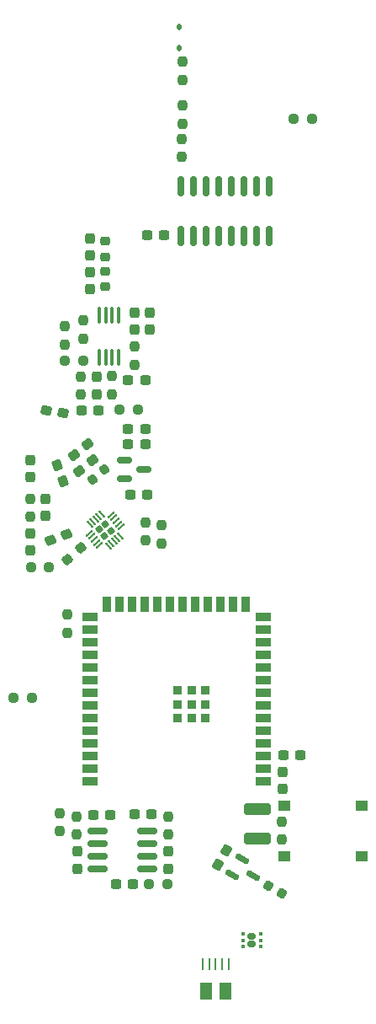
<source format=gbr>
G04 #@! TF.GenerationSoftware,KiCad,Pcbnew,8.0.3*
G04 #@! TF.CreationDate,2024-08-04T14:16:49-04:00*
G04 #@! TF.ProjectId,MEAP_Rev4b,4d454150-5f52-4657-9634-622e6b696361,rev?*
G04 #@! TF.SameCoordinates,Original*
G04 #@! TF.FileFunction,Paste,Top*
G04 #@! TF.FilePolarity,Positive*
%FSLAX46Y46*%
G04 Gerber Fmt 4.6, Leading zero omitted, Abs format (unit mm)*
G04 Created by KiCad (PCBNEW 8.0.3) date 2024-08-04 14:16:49*
%MOMM*%
%LPD*%
G01*
G04 APERTURE LIST*
G04 Aperture macros list*
%AMRoundRect*
0 Rectangle with rounded corners*
0 $1 Rounding radius*
0 $2 $3 $4 $5 $6 $7 $8 $9 X,Y pos of 4 corners*
0 Add a 4 corners polygon primitive as box body*
4,1,4,$2,$3,$4,$5,$6,$7,$8,$9,$2,$3,0*
0 Add four circle primitives for the rounded corners*
1,1,$1+$1,$2,$3*
1,1,$1+$1,$4,$5*
1,1,$1+$1,$6,$7*
1,1,$1+$1,$8,$9*
0 Add four rect primitives between the rounded corners*
20,1,$1+$1,$2,$3,$4,$5,0*
20,1,$1+$1,$4,$5,$6,$7,0*
20,1,$1+$1,$6,$7,$8,$9,0*
20,1,$1+$1,$8,$9,$2,$3,0*%
G04 Aperture macros list end*
%ADD10RoundRect,0.237500X0.237500X-0.250000X0.237500X0.250000X-0.237500X0.250000X-0.237500X-0.250000X0*%
%ADD11RoundRect,0.237500X0.300000X0.237500X-0.300000X0.237500X-0.300000X-0.237500X0.300000X-0.237500X0*%
%ADD12RoundRect,0.218750X-0.002858X-0.336909X0.332287X-0.055689X0.002858X0.336909X-0.332287X0.055689X0*%
%ADD13RoundRect,0.237500X-0.077151X-0.374772X0.382475X0.010901X0.077151X0.374772X-0.382475X-0.010901X0*%
%ADD14RoundRect,0.250000X1.100000X-0.325000X1.100000X0.325000X-1.100000X0.325000X-1.100000X-0.325000X0*%
%ADD15RoundRect,0.237500X-0.325783X0.200678X-0.120571X-0.363138X0.325783X-0.200678X0.120571X0.363138X0*%
%ADD16RoundRect,0.150000X-0.587500X-0.150000X0.587500X-0.150000X0.587500X0.150000X-0.587500X0.150000X0*%
%ADD17RoundRect,0.237500X-0.300000X-0.237500X0.300000X-0.237500X0.300000X0.237500X-0.300000X0.237500X0*%
%ADD18RoundRect,0.237500X-0.237500X0.300000X-0.237500X-0.300000X0.237500X-0.300000X0.237500X0.300000X0*%
%ADD19RoundRect,0.237500X-0.250000X-0.237500X0.250000X-0.237500X0.250000X0.237500X-0.250000X0.237500X0*%
%ADD20RoundRect,0.150000X-0.583790X0.163846X0.433790X-0.423654X0.583790X-0.163846X-0.433790X0.423654X0*%
%ADD21RoundRect,0.150000X-0.825000X-0.150000X0.825000X-0.150000X0.825000X0.150000X-0.825000X0.150000X0*%
%ADD22RoundRect,0.218750X-0.256250X0.218750X-0.256250X-0.218750X0.256250X-0.218750X0.256250X0.218750X0*%
%ADD23RoundRect,0.237500X0.237500X-0.300000X0.237500X0.300000X-0.237500X0.300000X-0.237500X-0.300000X0*%
%ADD24RoundRect,0.237500X-0.038849X-0.342632X0.344173X-0.021239X0.038849X0.342632X-0.344173X0.021239X0*%
%ADD25RoundRect,0.150000X0.150000X-0.825000X0.150000X0.825000X-0.150000X0.825000X-0.150000X-0.825000X0*%
%ADD26RoundRect,0.237500X0.250000X0.237500X-0.250000X0.237500X-0.250000X-0.237500X0.250000X-0.237500X0*%
%ADD27RoundRect,0.218750X0.256250X-0.218750X0.256250X0.218750X-0.256250X0.218750X-0.256250X-0.218750X0*%
%ADD28R,1.500000X0.900000*%
%ADD29R,0.900000X1.500000*%
%ADD30R,0.900000X0.900000*%
%ADD31RoundRect,0.160000X-0.245000X-0.160000X0.245000X-0.160000X0.245000X0.160000X-0.245000X0.160000X0*%
%ADD32RoundRect,0.093750X-0.093750X-0.106250X0.093750X-0.106250X0.093750X0.106250X-0.093750X0.106250X0*%
%ADD33RoundRect,0.167500X0.020646X0.235979X-0.235979X0.020646X-0.020646X-0.235979X0.235979X-0.020646X0*%
%ADD34RoundRect,0.050000X0.255127X0.279348X-0.319406X-0.202743X-0.255127X-0.279348X0.319406X0.202743X0*%
%ADD35RoundRect,0.050000X-0.202743X0.319406X-0.279348X0.255127X0.202743X-0.319406X0.279348X-0.255127X0*%
%ADD36RoundRect,0.218750X-0.317568X-0.112544X0.061318X-0.331294X0.317568X0.112544X-0.061318X0.331294X0*%
%ADD37R,1.250000X1.000000*%
%ADD38RoundRect,0.237500X-0.237500X0.250000X-0.237500X-0.250000X0.237500X-0.250000X0.237500X0.250000X0*%
%ADD39RoundRect,0.237500X-0.200678X-0.325783X0.363138X-0.120571X0.200678X0.325783X-0.363138X0.120571X0*%
%ADD40RoundRect,0.237500X0.336684X0.181797X-0.254201X0.285986X-0.336684X-0.181797X0.254201X-0.285986X0*%
%ADD41RoundRect,0.112500X0.112500X-0.187500X0.112500X0.187500X-0.112500X0.187500X-0.112500X-0.187500X0*%
%ADD42RoundRect,0.237500X0.055681X-0.378558X0.355681X0.141058X-0.055681X0.378558X-0.355681X-0.141058X0*%
%ADD43R,0.200000X1.150000*%
%ADD44R,1.300000X1.700000*%
%ADD45RoundRect,0.100000X0.100000X-0.712500X0.100000X0.712500X-0.100000X0.712500X-0.100000X-0.712500X0*%
G04 APERTURE END LIST*
D10*
X35840002Y-50394998D03*
X35840000Y-48570000D03*
D11*
X36922501Y-51959998D03*
X35197499Y-51960002D03*
D12*
X31633480Y-61922390D03*
X32840000Y-60910000D03*
D10*
X36990001Y-68042499D03*
X36989999Y-66217501D03*
D13*
X29768572Y-59478810D03*
X31090000Y-58370000D03*
D14*
X48250000Y-97995000D03*
X48250000Y-95045000D03*
D15*
X28055007Y-60489514D03*
X28644993Y-62110486D03*
D16*
X34882503Y-59960000D03*
X34882502Y-61859999D03*
X36757496Y-60910001D03*
D17*
X37124994Y-37350002D03*
X38850000Y-37350000D03*
D18*
X35830000Y-45160000D03*
X35830004Y-46885004D03*
D19*
X23707500Y-83860000D03*
X25532500Y-83860000D03*
D10*
X40730002Y-21787502D03*
X40730000Y-19962504D03*
D20*
X46662457Y-100012823D03*
X45712459Y-101658277D03*
X47811252Y-101773052D03*
D21*
X32165000Y-97215000D03*
X32165000Y-98485000D03*
X32165000Y-99755000D03*
X32165000Y-101025000D03*
X37115000Y-101025000D03*
X37115000Y-99755000D03*
X37115000Y-98485000D03*
X37115000Y-97215000D03*
D18*
X30079999Y-99302497D03*
X30079997Y-101027499D03*
D10*
X50710001Y-98132499D03*
X50709999Y-96307501D03*
D22*
X32869998Y-37975002D03*
X32869998Y-39550002D03*
D23*
X39270000Y-101040000D03*
X39269998Y-99314998D03*
D10*
X28830000Y-48360000D03*
X28829998Y-46535002D03*
D18*
X31340000Y-37720000D03*
X31339998Y-39445002D03*
D17*
X35224994Y-56870002D03*
X36950000Y-56870000D03*
D24*
X29070000Y-70000000D03*
X30468030Y-68826912D03*
D25*
X40500000Y-37434998D03*
X41769999Y-37434999D03*
X43039998Y-37434998D03*
X44309999Y-37434998D03*
X45580000Y-37434999D03*
X46849999Y-37434996D03*
X48120000Y-37434998D03*
X49389999Y-37434999D03*
X49389998Y-32484998D03*
X48119999Y-32484997D03*
X46850000Y-32484998D03*
X45579999Y-32484998D03*
X44309998Y-32484997D03*
X43039999Y-32485000D03*
X41769998Y-32484998D03*
X40499999Y-32484997D03*
D18*
X37380000Y-45167502D03*
X37380004Y-46892506D03*
D23*
X26930000Y-65610000D03*
X26929998Y-63884998D03*
D10*
X40670000Y-26180000D03*
X40669998Y-24355002D03*
D26*
X53692498Y-25739999D03*
X51867502Y-25740001D03*
D17*
X50835000Y-89630000D03*
X52560000Y-89630000D03*
D27*
X32889998Y-42582502D03*
X32889998Y-41007502D03*
D17*
X35222495Y-58400003D03*
X36947501Y-58400001D03*
D19*
X25440000Y-70720000D03*
X27265000Y-70720000D03*
D10*
X30485001Y-53407500D03*
X30484999Y-51582502D03*
D28*
X48839997Y-92260002D03*
X48839997Y-90990002D03*
X48839997Y-89720002D03*
X48839997Y-88450002D03*
X48839997Y-87180002D03*
X48839997Y-85910002D03*
X48839997Y-84640002D03*
X48839997Y-83370002D03*
X48839997Y-82100002D03*
X48839997Y-80830002D03*
X48839997Y-79560002D03*
X48839997Y-78290002D03*
X48839997Y-77020002D03*
X48839997Y-75750002D03*
D29*
X47074997Y-74500002D03*
X45804997Y-74500002D03*
X44534997Y-74500002D03*
X43264997Y-74500002D03*
X41994997Y-74500002D03*
X40724997Y-74500002D03*
X39454997Y-74500002D03*
X38184997Y-74500002D03*
X36914997Y-74500002D03*
X35644997Y-74500002D03*
X34374997Y-74500002D03*
X33104997Y-74500002D03*
D28*
X31339997Y-75750002D03*
X31339997Y-77020002D03*
X31339997Y-78290002D03*
X31339997Y-79560002D03*
X31339997Y-80830002D03*
X31339997Y-82100002D03*
X31339997Y-83370002D03*
X31339997Y-84640002D03*
X31339997Y-85910002D03*
X31339997Y-87180002D03*
X31339997Y-88450002D03*
X31339997Y-89720002D03*
X31339997Y-90990002D03*
X31339997Y-92260002D03*
D30*
X42989997Y-85940002D03*
X42989997Y-84540002D03*
X42989997Y-83140002D03*
X41589997Y-85940002D03*
X41589997Y-84540002D03*
X41589997Y-83140002D03*
X40189997Y-85940002D03*
X40189997Y-84540002D03*
X40189997Y-83140002D03*
D31*
X47637503Y-107829998D03*
X47637503Y-108629998D03*
D32*
X46750002Y-107580002D03*
X46750003Y-108229997D03*
X46750000Y-108880000D03*
X48525004Y-108879994D03*
X48525003Y-108229999D03*
X48525006Y-107579996D03*
D33*
X32937069Y-66437500D03*
X33464155Y-67065658D03*
X32308911Y-66964586D03*
X32835997Y-67592744D03*
D34*
X34511529Y-66695916D03*
X34254413Y-66389499D03*
X33997297Y-66083080D03*
X33740180Y-65776662D03*
X33483066Y-65470244D03*
D35*
X32567327Y-65390126D03*
X32260910Y-65647242D03*
X31954491Y-65904358D03*
X31648073Y-66161475D03*
X31341655Y-66418589D03*
D34*
X31261537Y-67334328D03*
X31518653Y-67640745D03*
X31775769Y-67947164D03*
X32032886Y-68253582D03*
X32290000Y-68560000D03*
D35*
X33205739Y-68640118D03*
X33512156Y-68383002D03*
X33818575Y-68125886D03*
X34124993Y-67868769D03*
X34431411Y-67611655D03*
D11*
X32250000Y-54960000D03*
X30524998Y-54960004D03*
D36*
X49330000Y-102720000D03*
X50693990Y-103507500D03*
D19*
X28835002Y-49969998D03*
X30660000Y-49970000D03*
D37*
X58684999Y-94670000D03*
X50935001Y-94670000D03*
D23*
X25350002Y-61722502D03*
X25349998Y-59997498D03*
D38*
X29060000Y-75480000D03*
X29060000Y-77304994D03*
D11*
X37562499Y-95584996D03*
X35837497Y-95585000D03*
D10*
X28329998Y-97254998D03*
X28330000Y-95430000D03*
D39*
X27369514Y-68064993D03*
X28990486Y-67475007D03*
D17*
X35427498Y-63460002D03*
X37152502Y-63459998D03*
D18*
X50750000Y-91280000D03*
X50749998Y-93005002D03*
D23*
X32015001Y-53357502D03*
X32014999Y-51632500D03*
D40*
X28659398Y-55289770D03*
X26960602Y-54990230D03*
D41*
X40360002Y-18587502D03*
X40359998Y-16487500D03*
D42*
X44208749Y-100656948D03*
X45071251Y-99163052D03*
D38*
X30660000Y-45950000D03*
X30660000Y-47774994D03*
D43*
X42729999Y-110632000D03*
X43379999Y-110632000D03*
X44029999Y-110632000D03*
X44679999Y-110632000D03*
X45329999Y-110632000D03*
D44*
X43029999Y-113332000D03*
X45029999Y-113332000D03*
D17*
X31724998Y-95594998D03*
X33449998Y-95594998D03*
D26*
X39149995Y-102614999D03*
X37324999Y-102615001D03*
D38*
X39270000Y-95780000D03*
X39269998Y-97604998D03*
D13*
X30270000Y-61080000D03*
X31591428Y-59971190D03*
D23*
X25390000Y-69090000D03*
X25389998Y-67364994D03*
D38*
X40630001Y-27717501D03*
X40629999Y-29542499D03*
D19*
X36170000Y-54900000D03*
X34345000Y-54900000D03*
D10*
X33565000Y-53382499D03*
X33564998Y-51557501D03*
D37*
X50940002Y-99810000D03*
X58690000Y-99810000D03*
D10*
X38570000Y-68350000D03*
X38569998Y-66525002D03*
D23*
X31340000Y-42810004D03*
X31339998Y-41085002D03*
D38*
X30040000Y-95790000D03*
X30039998Y-97614998D03*
D11*
X35692499Y-102614996D03*
X33967497Y-102615000D03*
D38*
X25390000Y-63865006D03*
X25390000Y-65690000D03*
D45*
X32299999Y-49664999D03*
X32949999Y-49664999D03*
X33599998Y-49665001D03*
X34249998Y-49665000D03*
X34249999Y-45440001D03*
X33599999Y-45440001D03*
X32950000Y-45439999D03*
X32300000Y-45440000D03*
M02*

</source>
